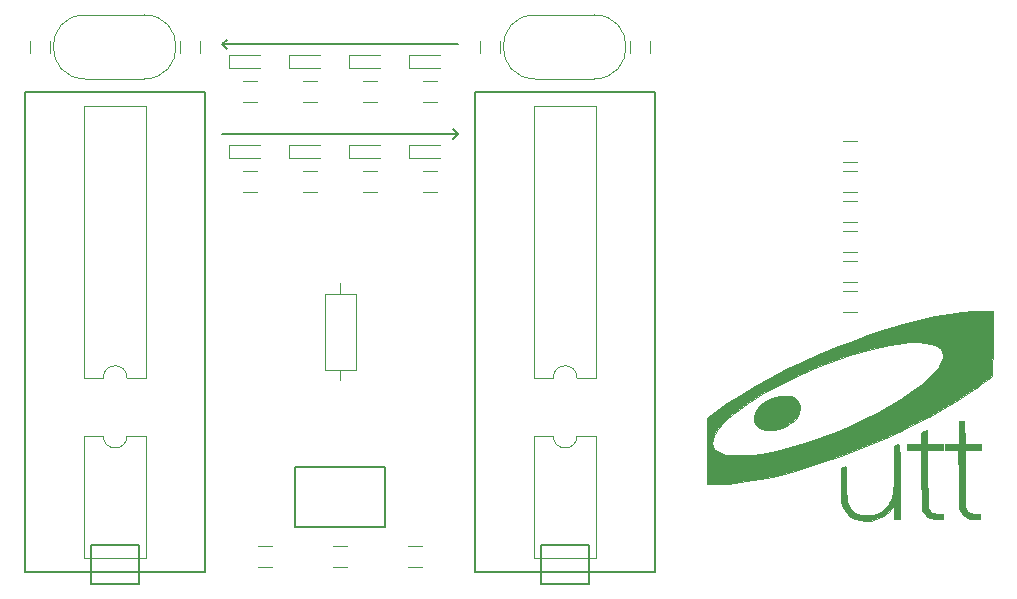
<source format=gbr>
G04 #@! TF.FileFunction,Legend,Top*
%FSLAX46Y46*%
G04 Gerber Fmt 4.6, Leading zero omitted, Abs format (unit mm)*
G04 Created by KiCad (PCBNEW 4.0.6) date 12/04/17 20:41:38*
%MOMM*%
%LPD*%
G01*
G04 APERTURE LIST*
%ADD10C,0.050000*%
%ADD11C,0.200000*%
%ADD12C,0.120000*%
%ADD13C,0.150000*%
%ADD14C,0.010000*%
G04 APERTURE END LIST*
D10*
D11*
X129200000Y-61200000D02*
X128800000Y-61600000D01*
X129200000Y-61200000D02*
X128800000Y-60800000D01*
X109200000Y-61200000D02*
X129200000Y-61200000D01*
X109200000Y-53600000D02*
X109600000Y-53200000D01*
X109200000Y-53600000D02*
X109600000Y-54000000D01*
X129200000Y-53600000D02*
X109200000Y-53600000D01*
D12*
X94660000Y-54310000D02*
X94660000Y-53310000D01*
X92960000Y-53310000D02*
X92960000Y-54310000D01*
X107360000Y-54310000D02*
X107360000Y-53310000D01*
X105660000Y-53310000D02*
X105660000Y-54310000D01*
X132760000Y-54310000D02*
X132760000Y-53310000D01*
X131060000Y-53310000D02*
X131060000Y-54310000D01*
X145460000Y-54310000D02*
X145460000Y-53310000D01*
X143760000Y-53310000D02*
X143760000Y-54310000D01*
X109790000Y-62150000D02*
X109790000Y-63250000D01*
X109790000Y-63250000D02*
X112390000Y-63250000D01*
X109790000Y-62150000D02*
X112390000Y-62150000D01*
X109790000Y-54530000D02*
X109790000Y-55630000D01*
X109790000Y-55630000D02*
X112390000Y-55630000D01*
X109790000Y-54530000D02*
X112390000Y-54530000D01*
X114870000Y-62150000D02*
X114870000Y-63250000D01*
X114870000Y-63250000D02*
X117470000Y-63250000D01*
X114870000Y-62150000D02*
X117470000Y-62150000D01*
X114870000Y-54530000D02*
X114870000Y-55630000D01*
X114870000Y-55630000D02*
X117470000Y-55630000D01*
X114870000Y-54530000D02*
X117470000Y-54530000D01*
X125030000Y-54530000D02*
X125030000Y-55630000D01*
X125030000Y-55630000D02*
X127630000Y-55630000D01*
X125030000Y-54530000D02*
X127630000Y-54530000D01*
X125030000Y-62150000D02*
X125030000Y-63250000D01*
X125030000Y-63250000D02*
X127630000Y-63250000D01*
X125030000Y-62150000D02*
X127630000Y-62150000D01*
X119950000Y-54530000D02*
X119950000Y-55630000D01*
X119950000Y-55630000D02*
X122550000Y-55630000D01*
X119950000Y-54530000D02*
X122550000Y-54530000D01*
X119950000Y-62150000D02*
X119950000Y-63250000D01*
X119950000Y-63250000D02*
X122550000Y-63250000D01*
X119950000Y-62150000D02*
X122550000Y-62150000D01*
X112190000Y-66120000D02*
X110990000Y-66120000D01*
X110990000Y-64360000D02*
X112190000Y-64360000D01*
X112190000Y-58500000D02*
X110990000Y-58500000D01*
X110990000Y-56740000D02*
X112190000Y-56740000D01*
X117270000Y-66120000D02*
X116070000Y-66120000D01*
X116070000Y-64360000D02*
X117270000Y-64360000D01*
X117270000Y-58500000D02*
X116070000Y-58500000D01*
X116070000Y-56740000D02*
X117270000Y-56740000D01*
X119810000Y-97870000D02*
X118610000Y-97870000D01*
X118610000Y-96110000D02*
X119810000Y-96110000D01*
X162990000Y-63580000D02*
X161790000Y-63580000D01*
X161790000Y-61820000D02*
X162990000Y-61820000D01*
X162990000Y-66120000D02*
X161790000Y-66120000D01*
X161790000Y-64360000D02*
X162990000Y-64360000D01*
X162990000Y-68660000D02*
X161790000Y-68660000D01*
X161790000Y-66900000D02*
X162990000Y-66900000D01*
X162990000Y-71200000D02*
X161790000Y-71200000D01*
X161790000Y-69440000D02*
X162990000Y-69440000D01*
X124960000Y-96110000D02*
X126160000Y-96110000D01*
X126160000Y-97870000D02*
X124960000Y-97870000D01*
X127430000Y-58500000D02*
X126230000Y-58500000D01*
X126230000Y-56740000D02*
X127430000Y-56740000D01*
X127430000Y-66120000D02*
X126230000Y-66120000D01*
X126230000Y-64360000D02*
X127430000Y-64360000D01*
X122350000Y-58500000D02*
X121150000Y-58500000D01*
X121150000Y-56740000D02*
X122350000Y-56740000D01*
X122350000Y-66120000D02*
X121150000Y-66120000D01*
X121150000Y-64360000D02*
X122350000Y-64360000D01*
X162990000Y-73740000D02*
X161790000Y-73740000D01*
X161790000Y-71980000D02*
X162990000Y-71980000D01*
X162990000Y-76280000D02*
X161790000Y-76280000D01*
X161790000Y-74520000D02*
X162990000Y-74520000D01*
X113460000Y-97870000D02*
X112260000Y-97870000D01*
X112260000Y-96110000D02*
X113460000Y-96110000D01*
X120520000Y-74730000D02*
X117900000Y-74730000D01*
X117900000Y-74730000D02*
X117900000Y-81150000D01*
X117900000Y-81150000D02*
X120520000Y-81150000D01*
X120520000Y-81150000D02*
X120520000Y-74730000D01*
X119210000Y-73840000D02*
X119210000Y-74730000D01*
X119210000Y-82040000D02*
X119210000Y-81150000D01*
D13*
X98128000Y-95974000D02*
X102192000Y-95974000D01*
X102192000Y-95974000D02*
X102192000Y-99276000D01*
X102192000Y-99276000D02*
X98128000Y-99276000D01*
X98128000Y-99276000D02*
X98128000Y-95974000D01*
X92540000Y-57620000D02*
X107780000Y-57620000D01*
X107780000Y-57620000D02*
X107780000Y-98260000D01*
X107780000Y-98260000D02*
X92540000Y-98260000D01*
X92540000Y-98260000D02*
X92540000Y-57620000D01*
D12*
X99160000Y-81810000D02*
G75*
G02X101160000Y-81810000I1000000J0D01*
G01*
X101160000Y-81810000D02*
X102810000Y-81810000D01*
X102810000Y-81810000D02*
X102810000Y-58830000D01*
X102810000Y-58830000D02*
X97510000Y-58830000D01*
X97510000Y-58830000D02*
X97510000Y-81810000D01*
X97510000Y-81810000D02*
X99160000Y-81810000D01*
X101160000Y-86770000D02*
G75*
G02X99160000Y-86770000I-1000000J0D01*
G01*
X99160000Y-86770000D02*
X97510000Y-86770000D01*
X97510000Y-86770000D02*
X97510000Y-97050000D01*
X97510000Y-97050000D02*
X102810000Y-97050000D01*
X102810000Y-97050000D02*
X102810000Y-86770000D01*
X102810000Y-86770000D02*
X101160000Y-86770000D01*
D13*
X115400000Y-89370000D02*
X123020000Y-89370000D01*
X123020000Y-89370000D02*
X123020000Y-94450000D01*
X123020000Y-94450000D02*
X115400000Y-94450000D01*
X115400000Y-94450000D02*
X115400000Y-89370000D01*
X136228000Y-95974000D02*
X140292000Y-95974000D01*
X140292000Y-95974000D02*
X140292000Y-99276000D01*
X140292000Y-99276000D02*
X136228000Y-99276000D01*
X136228000Y-99276000D02*
X136228000Y-95974000D01*
X130640000Y-57620000D02*
X145880000Y-57620000D01*
X145880000Y-57620000D02*
X145880000Y-98260000D01*
X145880000Y-98260000D02*
X130640000Y-98260000D01*
X130640000Y-98260000D02*
X130640000Y-57620000D01*
D12*
X137260000Y-81810000D02*
G75*
G02X139260000Y-81810000I1000000J0D01*
G01*
X139260000Y-81810000D02*
X140910000Y-81810000D01*
X140910000Y-81810000D02*
X140910000Y-58830000D01*
X140910000Y-58830000D02*
X135610000Y-58830000D01*
X135610000Y-58830000D02*
X135610000Y-81810000D01*
X135610000Y-81810000D02*
X137260000Y-81810000D01*
X139260000Y-86770000D02*
G75*
G02X137260000Y-86770000I-1000000J0D01*
G01*
X137260000Y-86770000D02*
X135610000Y-86770000D01*
X135610000Y-86770000D02*
X135610000Y-97050000D01*
X135610000Y-97050000D02*
X140910000Y-97050000D01*
X140910000Y-97050000D02*
X140910000Y-86770000D01*
X140910000Y-86770000D02*
X139260000Y-86770000D01*
X97620000Y-51110000D02*
X102620000Y-51110000D01*
X97620000Y-56510000D02*
X102620000Y-56510000D01*
X97620000Y-56510000D02*
G75*
G02X97620000Y-51110000I0J2700000D01*
G01*
X102620000Y-56510000D02*
G75*
G03X102620000Y-51110000I0J2700000D01*
G01*
X135720000Y-51110000D02*
X140720000Y-51110000D01*
X135720000Y-56510000D02*
X140720000Y-56510000D01*
X135720000Y-56510000D02*
G75*
G02X135720000Y-51110000I0J2700000D01*
G01*
X140720000Y-56510000D02*
G75*
G03X140720000Y-51110000I0J2700000D01*
G01*
D14*
G36*
X166464592Y-87463902D02*
X166496951Y-87489987D01*
X166522811Y-87547134D01*
X166542892Y-87642174D01*
X166557911Y-87781938D01*
X166568589Y-87973257D01*
X166575644Y-88222962D01*
X166579796Y-88537885D01*
X166581763Y-88924855D01*
X166582265Y-89390705D01*
X166582021Y-89942265D01*
X166581750Y-90586366D01*
X166581749Y-90630020D01*
X166581749Y-93798782D01*
X166082731Y-93798782D01*
X166082731Y-93224912D01*
X166079170Y-92998984D01*
X166069489Y-92814928D01*
X166055193Y-92692441D01*
X166038884Y-92651042D01*
X165992174Y-92692354D01*
X165936313Y-92793258D01*
X165930170Y-92807642D01*
X165826346Y-92979506D01*
X165657755Y-93173824D01*
X165448568Y-93367758D01*
X165222953Y-93538471D01*
X165045213Y-93643818D01*
X164602840Y-93817920D01*
X164123732Y-93919646D01*
X163638540Y-93944768D01*
X163213380Y-93896635D01*
X162772000Y-93767842D01*
X162405283Y-93575253D01*
X162107300Y-93313943D01*
X161872121Y-92978984D01*
X161728185Y-92662673D01*
X161696938Y-92572678D01*
X161672118Y-92480099D01*
X161652793Y-92371959D01*
X161638030Y-92235280D01*
X161626895Y-92057088D01*
X161618456Y-91824406D01*
X161611779Y-91524257D01*
X161605930Y-91143665D01*
X161603073Y-90923000D01*
X161584899Y-89469418D01*
X161725466Y-89418576D01*
X161856740Y-89369875D01*
X161947669Y-89334523D01*
X161971886Y-89332138D01*
X161991246Y-89353836D01*
X162006558Y-89410046D01*
X162018628Y-89511198D01*
X162028267Y-89667722D01*
X162036281Y-89890048D01*
X162043479Y-90188606D01*
X162050669Y-90573825D01*
X162052633Y-90689242D01*
X162062723Y-91175903D01*
X162076686Y-91575164D01*
X162097006Y-91899418D01*
X162126169Y-92161061D01*
X162166661Y-92372485D01*
X162220967Y-92546085D01*
X162291574Y-92694254D01*
X162380966Y-92829387D01*
X162491629Y-92963877D01*
X162513801Y-92988753D01*
X162740994Y-93200618D01*
X162992740Y-93348018D01*
X163290821Y-93440004D01*
X163657020Y-93485626D01*
X163717663Y-93488958D01*
X164204944Y-93469608D01*
X164643605Y-93363349D01*
X165032133Y-93171052D01*
X165369017Y-92893586D01*
X165652743Y-92531824D01*
X165784431Y-92299529D01*
X165855737Y-92151695D01*
X165914687Y-92009309D01*
X165962449Y-91861257D01*
X166000190Y-91696422D01*
X166029078Y-91503689D01*
X166050280Y-91271940D01*
X166064963Y-90990061D01*
X166074295Y-90646935D01*
X166079443Y-90231446D01*
X166081574Y-89732478D01*
X166081865Y-89467258D01*
X166082731Y-87605870D01*
X166255785Y-87533564D01*
X166321331Y-87503711D01*
X166377501Y-87477595D01*
X166425015Y-87462049D01*
X166464592Y-87463902D01*
X166464592Y-87463902D01*
G37*
X166464592Y-87463902D02*
X166496951Y-87489987D01*
X166522811Y-87547134D01*
X166542892Y-87642174D01*
X166557911Y-87781938D01*
X166568589Y-87973257D01*
X166575644Y-88222962D01*
X166579796Y-88537885D01*
X166581763Y-88924855D01*
X166582265Y-89390705D01*
X166582021Y-89942265D01*
X166581750Y-90586366D01*
X166581749Y-90630020D01*
X166581749Y-93798782D01*
X166082731Y-93798782D01*
X166082731Y-93224912D01*
X166079170Y-92998984D01*
X166069489Y-92814928D01*
X166055193Y-92692441D01*
X166038884Y-92651042D01*
X165992174Y-92692354D01*
X165936313Y-92793258D01*
X165930170Y-92807642D01*
X165826346Y-92979506D01*
X165657755Y-93173824D01*
X165448568Y-93367758D01*
X165222953Y-93538471D01*
X165045213Y-93643818D01*
X164602840Y-93817920D01*
X164123732Y-93919646D01*
X163638540Y-93944768D01*
X163213380Y-93896635D01*
X162772000Y-93767842D01*
X162405283Y-93575253D01*
X162107300Y-93313943D01*
X161872121Y-92978984D01*
X161728185Y-92662673D01*
X161696938Y-92572678D01*
X161672118Y-92480099D01*
X161652793Y-92371959D01*
X161638030Y-92235280D01*
X161626895Y-92057088D01*
X161618456Y-91824406D01*
X161611779Y-91524257D01*
X161605930Y-91143665D01*
X161603073Y-90923000D01*
X161584899Y-89469418D01*
X161725466Y-89418576D01*
X161856740Y-89369875D01*
X161947669Y-89334523D01*
X161971886Y-89332138D01*
X161991246Y-89353836D01*
X162006558Y-89410046D01*
X162018628Y-89511198D01*
X162028267Y-89667722D01*
X162036281Y-89890048D01*
X162043479Y-90188606D01*
X162050669Y-90573825D01*
X162052633Y-90689242D01*
X162062723Y-91175903D01*
X162076686Y-91575164D01*
X162097006Y-91899418D01*
X162126169Y-92161061D01*
X162166661Y-92372485D01*
X162220967Y-92546085D01*
X162291574Y-92694254D01*
X162380966Y-92829387D01*
X162491629Y-92963877D01*
X162513801Y-92988753D01*
X162740994Y-93200618D01*
X162992740Y-93348018D01*
X163290821Y-93440004D01*
X163657020Y-93485626D01*
X163717663Y-93488958D01*
X164204944Y-93469608D01*
X164643605Y-93363349D01*
X165032133Y-93171052D01*
X165369017Y-92893586D01*
X165652743Y-92531824D01*
X165784431Y-92299529D01*
X165855737Y-92151695D01*
X165914687Y-92009309D01*
X165962449Y-91861257D01*
X166000190Y-91696422D01*
X166029078Y-91503689D01*
X166050280Y-91271940D01*
X166064963Y-90990061D01*
X166074295Y-90646935D01*
X166079443Y-90231446D01*
X166081574Y-89732478D01*
X166081865Y-89467258D01*
X166082731Y-87605870D01*
X166255785Y-87533564D01*
X166321331Y-87503711D01*
X166377501Y-87477595D01*
X166425015Y-87462049D01*
X166464592Y-87463902D01*
G36*
X168899272Y-86312275D02*
X168916219Y-86453711D01*
X168925494Y-86681105D01*
X168927132Y-86862437D01*
X168927132Y-87461258D01*
X170274480Y-87461258D01*
X170274480Y-87910374D01*
X168924415Y-87910374D01*
X168938249Y-90376897D01*
X168941503Y-90936783D01*
X168944699Y-91405530D01*
X168948226Y-91791803D01*
X168952471Y-92104264D01*
X168957824Y-92351579D01*
X168964673Y-92542411D01*
X168973406Y-92685424D01*
X168984410Y-92789282D01*
X168998076Y-92862648D01*
X169014790Y-92914187D01*
X169034941Y-92952563D01*
X169054970Y-92981181D01*
X169192141Y-93141404D01*
X169334808Y-93245682D01*
X169510738Y-93306565D01*
X169747699Y-93336604D01*
X169853937Y-93342312D01*
X170274480Y-93359908D01*
X170274480Y-93798782D01*
X169862790Y-93797153D01*
X169509706Y-93775101D01*
X169218134Y-93714534D01*
X169187402Y-93704437D01*
X168915083Y-93577782D01*
X168710635Y-93400033D01*
X168560488Y-93175010D01*
X168536320Y-93127551D01*
X168515964Y-93076755D01*
X168498991Y-93013851D01*
X168484977Y-92930074D01*
X168473493Y-92816654D01*
X168464114Y-92664823D01*
X168456411Y-92465813D01*
X168449960Y-92210856D01*
X168444332Y-91891184D01*
X168439101Y-91498029D01*
X168433840Y-91022622D01*
X168428123Y-90456196D01*
X168428114Y-90455364D01*
X168403163Y-87935325D01*
X167816818Y-87921265D01*
X167230472Y-87907206D01*
X167230472Y-87464425D01*
X167816818Y-87450366D01*
X168403163Y-87436307D01*
X168417445Y-86949858D01*
X168431726Y-86463408D01*
X168627539Y-86363512D01*
X168758790Y-86302169D01*
X168855508Y-86266930D01*
X168875242Y-86263615D01*
X168899272Y-86312275D01*
X168899272Y-86312275D01*
G37*
X168899272Y-86312275D02*
X168916219Y-86453711D01*
X168925494Y-86681105D01*
X168927132Y-86862437D01*
X168927132Y-87461258D01*
X170274480Y-87461258D01*
X170274480Y-87910374D01*
X168924415Y-87910374D01*
X168938249Y-90376897D01*
X168941503Y-90936783D01*
X168944699Y-91405530D01*
X168948226Y-91791803D01*
X168952471Y-92104264D01*
X168957824Y-92351579D01*
X168964673Y-92542411D01*
X168973406Y-92685424D01*
X168984410Y-92789282D01*
X168998076Y-92862648D01*
X169014790Y-92914187D01*
X169034941Y-92952563D01*
X169054970Y-92981181D01*
X169192141Y-93141404D01*
X169334808Y-93245682D01*
X169510738Y-93306565D01*
X169747699Y-93336604D01*
X169853937Y-93342312D01*
X170274480Y-93359908D01*
X170274480Y-93798782D01*
X169862790Y-93797153D01*
X169509706Y-93775101D01*
X169218134Y-93714534D01*
X169187402Y-93704437D01*
X168915083Y-93577782D01*
X168710635Y-93400033D01*
X168560488Y-93175010D01*
X168536320Y-93127551D01*
X168515964Y-93076755D01*
X168498991Y-93013851D01*
X168484977Y-92930074D01*
X168473493Y-92816654D01*
X168464114Y-92664823D01*
X168456411Y-92465813D01*
X168449960Y-92210856D01*
X168444332Y-91891184D01*
X168439101Y-91498029D01*
X168433840Y-91022622D01*
X168428123Y-90456196D01*
X168428114Y-90455364D01*
X168403163Y-87935325D01*
X167816818Y-87921265D01*
X167230472Y-87907206D01*
X167230472Y-87464425D01*
X167816818Y-87450366D01*
X168403163Y-87436307D01*
X168417445Y-86949858D01*
X168431726Y-86463408D01*
X168627539Y-86363512D01*
X168758790Y-86302169D01*
X168855508Y-86266930D01*
X168875242Y-86263615D01*
X168899272Y-86312275D01*
G36*
X172095894Y-87436307D02*
X172782044Y-87450191D01*
X173468193Y-87464074D01*
X173468193Y-87907557D01*
X172782044Y-87921441D01*
X172095894Y-87935325D01*
X172082908Y-90228755D01*
X172079964Y-90817503D01*
X172078963Y-91315051D01*
X172080830Y-91729995D01*
X172086488Y-92070933D01*
X172096863Y-92346462D01*
X172112877Y-92565181D01*
X172135456Y-92735685D01*
X172165524Y-92866574D01*
X172204004Y-92966443D01*
X172251822Y-93043892D01*
X172309901Y-93107516D01*
X172379165Y-93165914D01*
X172400404Y-93182282D01*
X172505528Y-93252403D01*
X172616258Y-93296516D01*
X172763146Y-93322688D01*
X172976747Y-93338984D01*
X172998382Y-93340142D01*
X173418291Y-93362182D01*
X173418291Y-93798782D01*
X173031552Y-93793674D01*
X172821559Y-93786368D01*
X172630704Y-93771913D01*
X172497629Y-93753310D01*
X172490019Y-93751586D01*
X172178069Y-93634607D01*
X171933618Y-93446086D01*
X171748902Y-93180024D01*
X171748137Y-93178532D01*
X171596877Y-92882875D01*
X171581824Y-90396624D01*
X171566771Y-87910374D01*
X170424185Y-87910374D01*
X170424185Y-87461258D01*
X171571926Y-87461258D01*
X171571926Y-85515089D01*
X172068788Y-85515089D01*
X172095894Y-87436307D01*
X172095894Y-87436307D01*
G37*
X172095894Y-87436307D02*
X172782044Y-87450191D01*
X173468193Y-87464074D01*
X173468193Y-87907557D01*
X172782044Y-87921441D01*
X172095894Y-87935325D01*
X172082908Y-90228755D01*
X172079964Y-90817503D01*
X172078963Y-91315051D01*
X172080830Y-91729995D01*
X172086488Y-92070933D01*
X172096863Y-92346462D01*
X172112877Y-92565181D01*
X172135456Y-92735685D01*
X172165524Y-92866574D01*
X172204004Y-92966443D01*
X172251822Y-93043892D01*
X172309901Y-93107516D01*
X172379165Y-93165914D01*
X172400404Y-93182282D01*
X172505528Y-93252403D01*
X172616258Y-93296516D01*
X172763146Y-93322688D01*
X172976747Y-93338984D01*
X172998382Y-93340142D01*
X173418291Y-93362182D01*
X173418291Y-93798782D01*
X173031552Y-93793674D01*
X172821559Y-93786368D01*
X172630704Y-93771913D01*
X172497629Y-93753310D01*
X172490019Y-93751586D01*
X172178069Y-93634607D01*
X171933618Y-93446086D01*
X171748902Y-93180024D01*
X171748137Y-93178532D01*
X171596877Y-92882875D01*
X171581824Y-90396624D01*
X171566771Y-87910374D01*
X170424185Y-87910374D01*
X170424185Y-87461258D01*
X171571926Y-87461258D01*
X171571926Y-85515089D01*
X172068788Y-85515089D01*
X172095894Y-87436307D01*
G36*
X174247679Y-76141394D02*
X174333432Y-76152030D01*
X174467080Y-76185573D01*
X174454178Y-78914127D01*
X174441277Y-81642681D01*
X173942260Y-82033601D01*
X173738832Y-82188048D01*
X173475543Y-82380643D01*
X173175868Y-82594618D01*
X172863282Y-82813206D01*
X172569961Y-83013772D01*
X171500095Y-83708198D01*
X170374602Y-84386825D01*
X169201137Y-85046903D01*
X167987359Y-85685678D01*
X166740926Y-86300400D01*
X165469494Y-86888317D01*
X164180722Y-87446678D01*
X162882266Y-87972730D01*
X161581785Y-88463722D01*
X160286935Y-88916903D01*
X159005375Y-89329520D01*
X157744761Y-89698823D01*
X156512752Y-90022059D01*
X155317004Y-90296477D01*
X154165175Y-90519326D01*
X153064923Y-90687853D01*
X152023906Y-90799307D01*
X151049779Y-90850936D01*
X150750413Y-90854375D01*
X150313773Y-90854578D01*
X150313773Y-87351669D01*
X150702931Y-87351669D01*
X150751633Y-87626747D01*
X150892253Y-87863880D01*
X151124379Y-88062353D01*
X151447595Y-88221450D01*
X151835776Y-88334834D01*
X152049948Y-88367166D01*
X152341068Y-88389292D01*
X152686809Y-88401231D01*
X153064839Y-88402995D01*
X153452830Y-88394603D01*
X153828451Y-88376067D01*
X154169374Y-88347406D01*
X154290883Y-88333128D01*
X155349814Y-88163862D01*
X156462427Y-87925858D01*
X157615604Y-87624536D01*
X158796231Y-87265313D01*
X159991191Y-86853606D01*
X161187370Y-86394834D01*
X162371651Y-85894416D01*
X163530919Y-85357768D01*
X164652058Y-84790309D01*
X165721952Y-84197457D01*
X166727486Y-83584630D01*
X167655545Y-82957247D01*
X168102334Y-82627684D01*
X168376840Y-82406953D01*
X168671366Y-82150090D01*
X168969807Y-81872991D01*
X169256052Y-81591554D01*
X169513995Y-81321677D01*
X169727527Y-81079258D01*
X169880541Y-80880195D01*
X169895234Y-80858196D01*
X170104741Y-80488720D01*
X170224030Y-80158569D01*
X170253378Y-79864986D01*
X170193065Y-79605213D01*
X170044818Y-79378093D01*
X169822817Y-79186679D01*
X169537908Y-79038167D01*
X169183093Y-78930667D01*
X168751373Y-78862285D01*
X168235750Y-78831131D01*
X168012035Y-78828661D01*
X167464814Y-78841955D01*
X166910396Y-78882784D01*
X166332020Y-78953594D01*
X165712928Y-79056833D01*
X165036361Y-79194948D01*
X164285560Y-79370386D01*
X164261317Y-79376349D01*
X163326179Y-79624110D01*
X162380759Y-79908021D01*
X161431282Y-80224676D01*
X160483975Y-80570673D01*
X159545065Y-80942606D01*
X158620778Y-81337071D01*
X157717341Y-81750665D01*
X156840982Y-82179983D01*
X155997926Y-82621621D01*
X155194400Y-83072174D01*
X154436631Y-83528238D01*
X153730846Y-83986409D01*
X153083271Y-84443283D01*
X152500133Y-84895456D01*
X151987659Y-85339523D01*
X151552076Y-85772080D01*
X151199609Y-86189723D01*
X150936487Y-86589048D01*
X150882940Y-86690530D01*
X150746562Y-87039358D01*
X150702931Y-87351669D01*
X150313773Y-87351669D01*
X150313773Y-85215215D01*
X150925069Y-84759026D01*
X151989396Y-84001816D01*
X153135675Y-83255257D01*
X154353712Y-82523484D01*
X155633315Y-81810631D01*
X156964291Y-81120836D01*
X158336447Y-80458231D01*
X159739591Y-79826954D01*
X161163529Y-79231140D01*
X162598068Y-78674923D01*
X164033016Y-78162439D01*
X165458180Y-77697823D01*
X166863367Y-77285212D01*
X168238383Y-76928739D01*
X169573037Y-76632541D01*
X170857135Y-76400753D01*
X171871336Y-76260935D01*
X172162859Y-76230849D01*
X172490661Y-76203555D01*
X172837391Y-76179820D01*
X173185699Y-76160411D01*
X173518233Y-76146097D01*
X173817642Y-76137644D01*
X174066574Y-76135821D01*
X174247679Y-76141394D01*
X174247679Y-76141394D01*
G37*
X174247679Y-76141394D02*
X174333432Y-76152030D01*
X174467080Y-76185573D01*
X174454178Y-78914127D01*
X174441277Y-81642681D01*
X173942260Y-82033601D01*
X173738832Y-82188048D01*
X173475543Y-82380643D01*
X173175868Y-82594618D01*
X172863282Y-82813206D01*
X172569961Y-83013772D01*
X171500095Y-83708198D01*
X170374602Y-84386825D01*
X169201137Y-85046903D01*
X167987359Y-85685678D01*
X166740926Y-86300400D01*
X165469494Y-86888317D01*
X164180722Y-87446678D01*
X162882266Y-87972730D01*
X161581785Y-88463722D01*
X160286935Y-88916903D01*
X159005375Y-89329520D01*
X157744761Y-89698823D01*
X156512752Y-90022059D01*
X155317004Y-90296477D01*
X154165175Y-90519326D01*
X153064923Y-90687853D01*
X152023906Y-90799307D01*
X151049779Y-90850936D01*
X150750413Y-90854375D01*
X150313773Y-90854578D01*
X150313773Y-87351669D01*
X150702931Y-87351669D01*
X150751633Y-87626747D01*
X150892253Y-87863880D01*
X151124379Y-88062353D01*
X151447595Y-88221450D01*
X151835776Y-88334834D01*
X152049948Y-88367166D01*
X152341068Y-88389292D01*
X152686809Y-88401231D01*
X153064839Y-88402995D01*
X153452830Y-88394603D01*
X153828451Y-88376067D01*
X154169374Y-88347406D01*
X154290883Y-88333128D01*
X155349814Y-88163862D01*
X156462427Y-87925858D01*
X157615604Y-87624536D01*
X158796231Y-87265313D01*
X159991191Y-86853606D01*
X161187370Y-86394834D01*
X162371651Y-85894416D01*
X163530919Y-85357768D01*
X164652058Y-84790309D01*
X165721952Y-84197457D01*
X166727486Y-83584630D01*
X167655545Y-82957247D01*
X168102334Y-82627684D01*
X168376840Y-82406953D01*
X168671366Y-82150090D01*
X168969807Y-81872991D01*
X169256052Y-81591554D01*
X169513995Y-81321677D01*
X169727527Y-81079258D01*
X169880541Y-80880195D01*
X169895234Y-80858196D01*
X170104741Y-80488720D01*
X170224030Y-80158569D01*
X170253378Y-79864986D01*
X170193065Y-79605213D01*
X170044818Y-79378093D01*
X169822817Y-79186679D01*
X169537908Y-79038167D01*
X169183093Y-78930667D01*
X168751373Y-78862285D01*
X168235750Y-78831131D01*
X168012035Y-78828661D01*
X167464814Y-78841955D01*
X166910396Y-78882784D01*
X166332020Y-78953594D01*
X165712928Y-79056833D01*
X165036361Y-79194948D01*
X164285560Y-79370386D01*
X164261317Y-79376349D01*
X163326179Y-79624110D01*
X162380759Y-79908021D01*
X161431282Y-80224676D01*
X160483975Y-80570673D01*
X159545065Y-80942606D01*
X158620778Y-81337071D01*
X157717341Y-81750665D01*
X156840982Y-82179983D01*
X155997926Y-82621621D01*
X155194400Y-83072174D01*
X154436631Y-83528238D01*
X153730846Y-83986409D01*
X153083271Y-84443283D01*
X152500133Y-84895456D01*
X151987659Y-85339523D01*
X151552076Y-85772080D01*
X151199609Y-86189723D01*
X150936487Y-86589048D01*
X150882940Y-86690530D01*
X150746562Y-87039358D01*
X150702931Y-87351669D01*
X150313773Y-87351669D01*
X150313773Y-85215215D01*
X150925069Y-84759026D01*
X151989396Y-84001816D01*
X153135675Y-83255257D01*
X154353712Y-82523484D01*
X155633315Y-81810631D01*
X156964291Y-81120836D01*
X158336447Y-80458231D01*
X159739591Y-79826954D01*
X161163529Y-79231140D01*
X162598068Y-78674923D01*
X164033016Y-78162439D01*
X165458180Y-77697823D01*
X166863367Y-77285212D01*
X168238383Y-76928739D01*
X169573037Y-76632541D01*
X170857135Y-76400753D01*
X171871336Y-76260935D01*
X172162859Y-76230849D01*
X172490661Y-76203555D01*
X172837391Y-76179820D01*
X173185699Y-76160411D01*
X173518233Y-76146097D01*
X173817642Y-76137644D01*
X174066574Y-76135821D01*
X174247679Y-76141394D01*
G36*
X157054288Y-83335870D02*
X157415482Y-83402077D01*
X157709814Y-83530447D01*
X157932537Y-83717803D01*
X158078903Y-83960970D01*
X158144164Y-84256772D01*
X158147254Y-84349192D01*
X158096787Y-84704805D01*
X157949353Y-85043526D01*
X157706827Y-85362297D01*
X157371085Y-85658055D01*
X157325159Y-85691470D01*
X156862000Y-85966245D01*
X156368211Y-86155863D01*
X155858967Y-86256155D01*
X155349441Y-86262956D01*
X155271540Y-86255388D01*
X154919812Y-86177953D01*
X154632942Y-86036806D01*
X154417400Y-85839747D01*
X154279655Y-85594573D01*
X154226179Y-85309081D01*
X154254271Y-85029310D01*
X154381352Y-84680942D01*
X154594926Y-84353551D01*
X154882408Y-84056109D01*
X155231211Y-83797588D01*
X155628751Y-83586959D01*
X156062440Y-83433195D01*
X156519694Y-83345269D01*
X156630979Y-83335001D01*
X157054288Y-83335870D01*
X157054288Y-83335870D01*
G37*
X157054288Y-83335870D02*
X157415482Y-83402077D01*
X157709814Y-83530447D01*
X157932537Y-83717803D01*
X158078903Y-83960970D01*
X158144164Y-84256772D01*
X158147254Y-84349192D01*
X158096787Y-84704805D01*
X157949353Y-85043526D01*
X157706827Y-85362297D01*
X157371085Y-85658055D01*
X157325159Y-85691470D01*
X156862000Y-85966245D01*
X156368211Y-86155863D01*
X155858967Y-86256155D01*
X155349441Y-86262956D01*
X155271540Y-86255388D01*
X154919812Y-86177953D01*
X154632942Y-86036806D01*
X154417400Y-85839747D01*
X154279655Y-85594573D01*
X154226179Y-85309081D01*
X154254271Y-85029310D01*
X154381352Y-84680942D01*
X154594926Y-84353551D01*
X154882408Y-84056109D01*
X155231211Y-83797588D01*
X155628751Y-83586959D01*
X156062440Y-83433195D01*
X156519694Y-83345269D01*
X156630979Y-83335001D01*
X157054288Y-83335870D01*
M02*

</source>
